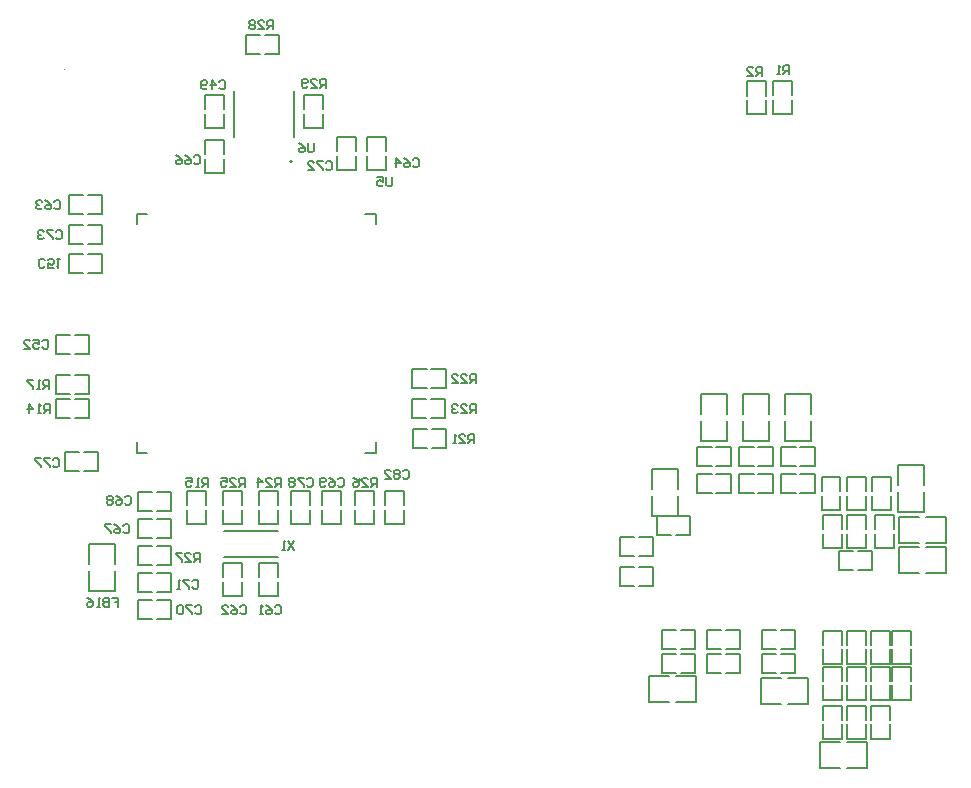
<source format=gbo>
G04*
G04 #@! TF.GenerationSoftware,Altium Limited,Altium Designer,21.0.8 (223)*
G04*
G04 Layer_Color=32896*
%FSLAX25Y25*%
%MOIN*%
G70*
G04*
G04 #@! TF.SameCoordinates,8C76C3ED-8D82-4A5C-AC10-AB376F5EDEF7*
G04*
G04*
G04 #@! TF.FilePolarity,Positive*
G04*
G01*
G75*
%ADD10C,0.00787*%
%ADD11C,0.00500*%
%ADD15C,0.00800*%
G36*
X163817Y381117D02*
X163768D01*
Y381068D01*
Y381020D01*
Y380971D01*
Y380923D01*
X163817D01*
Y380874D01*
X164108D01*
Y380923D01*
X164205D01*
Y380971D01*
Y381020D01*
Y381068D01*
Y381117D01*
X164157D01*
Y381166D01*
X163817D01*
Y381117D01*
D02*
G37*
D10*
X262643Y244124D02*
G03*
X262643Y244124I-394J0D01*
G01*
X239769Y350395D02*
G03*
X239769Y350395I-394J0D01*
G01*
X163988Y247350D02*
Y249713D01*
Y251287D02*
Y253650D01*
X166547D02*
X168713D01*
X163988D02*
X165366D01*
X165957Y247350D02*
X168713D01*
X170287D02*
X175012D01*
Y253650D01*
X170287D02*
X175012D01*
X165366D02*
X166547D01*
X163988Y249713D02*
Y251287D01*
Y247350D02*
X165957D01*
X243199Y229488D02*
X245562D01*
X239262D02*
X241625D01*
X239262Y232047D02*
Y234213D01*
Y229488D02*
Y230866D01*
X245562Y231457D02*
Y234213D01*
Y235787D02*
Y240512D01*
X239262D02*
X245562D01*
X239262Y235787D02*
Y240512D01*
Y230866D02*
Y232047D01*
X241625Y229488D02*
X243199D01*
X245562D02*
Y231457D01*
X264850Y356543D02*
Y358512D01*
X267213D02*
X268787D01*
X271150Y355953D02*
Y357134D01*
Y347488D02*
Y352213D01*
X264850Y347488D02*
X271150D01*
X264850D02*
Y352213D01*
Y353787D02*
Y356543D01*
X271150Y357134D02*
Y358512D01*
Y353787D02*
Y355953D01*
X268787Y358512D02*
X271150D01*
X264850D02*
X267213D01*
X260850Y240512D02*
X263213D01*
X260850Y238543D02*
Y240512D01*
X263213D02*
X264787D01*
X267150Y237953D02*
Y239134D01*
Y229488D02*
Y234213D01*
X260850Y229488D02*
X267150D01*
X260850D02*
Y234213D01*
Y235787D02*
Y238543D01*
X267150Y239134D02*
Y240512D01*
Y235787D02*
Y237953D01*
X264787Y240512D02*
X267150D01*
X256150Y229488D02*
Y231457D01*
X252213Y229488D02*
X253787D01*
X249850Y230866D02*
Y232047D01*
Y235787D02*
Y240512D01*
X256150D01*
Y235787D02*
Y240512D01*
Y231457D02*
Y234213D01*
X249850Y229488D02*
Y230866D01*
Y232047D02*
Y234213D01*
Y229488D02*
X252213D01*
X253787D02*
X256150D01*
X160988Y286350D02*
Y288713D01*
Y290287D02*
Y292650D01*
X163547D02*
X165713D01*
X160988D02*
X162366D01*
X162957Y286350D02*
X165713D01*
X167287D02*
X172012D01*
Y292650D01*
X167287D02*
X172012D01*
X162366D02*
X163547D01*
X160988Y288713D02*
Y290287D01*
Y286350D02*
X162957D01*
X165342Y313350D02*
Y315713D01*
Y317287D02*
Y319650D01*
X167902D02*
X170067D01*
X165342D02*
X166720D01*
X167311Y313350D02*
X170067D01*
X171642D02*
X176366D01*
Y319650D01*
X171642D02*
X176366D01*
X166720D02*
X167902D01*
X165342Y315713D02*
Y317287D01*
Y313350D02*
X167311D01*
X274787Y229488D02*
X277150D01*
X270850D02*
X273213D01*
X270850Y232047D02*
Y234213D01*
Y229488D02*
Y230866D01*
X277150Y231457D02*
Y234213D01*
Y235787D02*
Y240512D01*
X270850D02*
X277150D01*
X270850Y235787D02*
Y240512D01*
Y230866D02*
Y232047D01*
X273213Y229488D02*
X274787D01*
X277150D02*
Y231457D01*
X412731Y257226D02*
Y263919D01*
X404069Y257226D02*
X412731D01*
X404069D02*
Y263919D01*
Y266281D02*
Y272974D01*
X412731D01*
Y266281D02*
Y272974D01*
X291012Y258687D02*
Y261050D01*
X289043D02*
X291012D01*
Y257113D02*
Y258687D01*
X288453Y254750D02*
X289634D01*
X279988D02*
X284713D01*
X279988D02*
Y261050D01*
X284713D01*
X286287D02*
X289043D01*
X289634Y254750D02*
X291012D01*
X286287D02*
X288453D01*
X291012D02*
Y257113D01*
X279788Y264750D02*
Y267113D01*
Y264750D02*
X281757D01*
X279788Y267113D02*
Y268687D01*
X281166Y271050D02*
X282347D01*
X286087D02*
X290812D01*
Y264750D02*
Y271050D01*
X286087Y264750D02*
X290812D01*
X281757D02*
X284513D01*
X279788Y271050D02*
X281166D01*
X282347D02*
X284513D01*
X279788Y268687D02*
Y271050D01*
X279888Y274950D02*
Y277313D01*
Y274950D02*
X281857D01*
X279888Y277313D02*
Y278887D01*
X281266Y281250D02*
X282447D01*
X286187D02*
X290912D01*
Y274950D02*
Y281250D01*
X286187Y274950D02*
X290912D01*
X281857D02*
X284613D01*
X279888Y281250D02*
X281266D01*
X282447D02*
X284613D01*
X279888Y278887D02*
Y281250D01*
X210850Y357512D02*
X213213D01*
X214787D02*
X217150D01*
Y352787D02*
Y354953D01*
Y356134D02*
Y357512D01*
X210850Y352787D02*
Y355543D01*
Y346488D02*
Y351213D01*
Y346488D02*
X217150D01*
Y351213D01*
Y354953D02*
Y356134D01*
X213213Y357512D02*
X214787D01*
X210850Y355543D02*
Y357512D01*
X165488Y332850D02*
Y335213D01*
Y336787D02*
Y339150D01*
X168047D02*
X170213D01*
X165488D02*
X166866D01*
X167457Y332850D02*
X170213D01*
X171787D02*
X176512D01*
Y339150D01*
X171787D02*
X176512D01*
X166866D02*
X168047D01*
X165488Y335213D02*
Y336787D01*
Y332850D02*
X167457D01*
X224488Y386150D02*
Y388513D01*
Y386150D02*
X226457D01*
X224488Y388513D02*
Y390087D01*
X225866Y392450D02*
X227047D01*
X230787D02*
X235512D01*
Y386150D02*
Y392450D01*
X230787Y386150D02*
X235512D01*
X226457D02*
X229213D01*
X224488Y392450D02*
X225866D01*
X227047D02*
X229213D01*
X224488Y390087D02*
Y392450D01*
X247787Y361488D02*
X250150D01*
Y363457D01*
X246213Y361488D02*
X247787D01*
X243850Y362866D02*
Y364047D01*
Y367787D02*
Y372512D01*
X250150D01*
Y367787D02*
Y372512D01*
Y363457D02*
Y366213D01*
X243850Y361488D02*
Y362866D01*
Y364047D02*
Y366213D01*
Y361488D02*
X246213D01*
X172169Y207126D02*
Y213819D01*
Y207126D02*
X180831D01*
Y213819D01*
Y216181D02*
Y222874D01*
X172169D02*
X180831D01*
X172169Y216181D02*
Y222874D01*
X348988Y218850D02*
X350957D01*
X348988Y221213D02*
Y222787D01*
X350366Y225150D02*
X351547D01*
X355287D02*
X360012D01*
Y218850D02*
Y225150D01*
X355287Y218850D02*
X360012D01*
X350957D02*
X353713D01*
X348988Y225150D02*
X350366D01*
X351547D02*
X353713D01*
X348988Y222787D02*
Y225150D01*
Y218850D02*
Y221213D01*
Y208850D02*
X350957D01*
X348988Y211213D02*
Y212787D01*
X350366Y215150D02*
X351547D01*
X355287D02*
X360012D01*
Y208850D02*
Y215150D01*
X355287Y208850D02*
X360012D01*
X350957D02*
X353713D01*
X348988Y215150D02*
X350366D01*
X351547D02*
X353713D01*
X348988Y212787D02*
Y215150D01*
Y208850D02*
Y211213D01*
X254850Y358512D02*
X257213D01*
X258787D02*
X261150D01*
Y353787D02*
Y355953D01*
Y357134D02*
Y358512D01*
X254850Y353787D02*
Y356543D01*
Y347488D02*
Y352213D01*
Y347488D02*
X261150D01*
Y352213D01*
Y355953D02*
Y357134D01*
X257213Y358512D02*
X258787D01*
X254850Y356543D02*
Y358512D01*
X359669Y241181D02*
Y247874D01*
X368331D01*
Y241181D02*
Y247874D01*
Y232126D02*
Y238819D01*
X359669Y232126D02*
X368331D01*
X359669D02*
Y238819D01*
X416250Y245212D02*
X418613D01*
X420187D02*
X422550D01*
Y240487D02*
Y242653D01*
Y243834D02*
Y245212D01*
X416250Y240487D02*
Y243243D01*
Y234188D02*
Y238913D01*
Y234188D02*
X422550D01*
Y238913D01*
Y242653D02*
Y243834D01*
X418613Y245212D02*
X420187D01*
X416250Y243243D02*
Y245212D01*
X424750D02*
X427113D01*
X428687D02*
X431050D01*
Y240487D02*
Y242653D01*
Y243834D02*
Y245212D01*
X424750Y240487D02*
Y243243D01*
Y234188D02*
Y238913D01*
Y234188D02*
X431050D01*
Y238913D01*
Y242653D02*
Y243834D01*
X427113Y245212D02*
X428687D01*
X424750Y243243D02*
Y245212D01*
X433050D02*
X435413D01*
X436987D02*
X439350D01*
Y240487D02*
Y242653D01*
Y243834D02*
Y245212D01*
X433050Y240487D02*
Y243243D01*
Y234188D02*
Y238913D01*
Y234188D02*
X439350D01*
Y238913D01*
Y242653D02*
Y243834D01*
X435413Y245212D02*
X436987D01*
X433050Y243243D02*
Y245212D01*
X450231Y233526D02*
Y240219D01*
X441569Y233526D02*
X450231D01*
X441569D02*
Y240219D01*
Y242581D02*
Y249274D01*
X450231D01*
Y242581D02*
Y249274D01*
X172012Y272850D02*
Y275213D01*
X167287Y272850D02*
X169453D01*
X170634D02*
X172012D01*
X167287Y279150D02*
X170043D01*
X160988D02*
X165713D01*
X160988Y272850D02*
Y279150D01*
Y272850D02*
X165713D01*
X169453D02*
X170634D01*
X172012Y275213D02*
Y276787D01*
X170043Y279150D02*
X172012D01*
Y276787D02*
Y279150D01*
X208787Y240512D02*
X211150D01*
Y235787D02*
Y237953D01*
Y239134D02*
Y240512D01*
X204850Y235787D02*
Y238543D01*
Y229488D02*
Y234213D01*
Y229488D02*
X211150D01*
Y234213D01*
Y237953D02*
Y239134D01*
X207213Y240512D02*
X208787D01*
X204850Y238543D02*
Y240512D01*
X207213D01*
X172012Y264850D02*
Y267213D01*
X167287Y264850D02*
X169453D01*
X170634D02*
X172012D01*
X167287Y271150D02*
X170043D01*
X160988D02*
X165713D01*
X160988Y264850D02*
Y271150D01*
Y264850D02*
X165713D01*
X169453D02*
X170634D01*
X172012Y267213D02*
Y268787D01*
X170043Y271150D02*
X172012D01*
Y268787D02*
Y271150D01*
X210850Y372512D02*
X213213D01*
X214787D02*
X217150D01*
Y367787D02*
Y369953D01*
Y371134D02*
Y372512D01*
X210850Y367787D02*
Y370543D01*
Y361488D02*
Y366213D01*
Y361488D02*
X217150D01*
Y366213D01*
Y369953D02*
Y371134D01*
X213213Y372512D02*
X214787D01*
X210850Y370543D02*
Y372512D01*
X199366Y201787D02*
Y204150D01*
Y197850D02*
Y200213D01*
X194642Y197850D02*
X196807D01*
X197988D02*
X199366D01*
X194642Y204150D02*
X197398D01*
X188342D02*
X193067D01*
X188342Y197850D02*
Y204150D01*
Y197850D02*
X193067D01*
X196807D02*
X197988D01*
X199366Y200213D02*
Y201787D01*
X197398Y204150D02*
X199366D01*
Y210787D02*
Y213150D01*
Y206850D02*
Y209213D01*
X194642Y206850D02*
X196807D01*
X197988D02*
X199366D01*
X194642Y213150D02*
X197398D01*
X188342D02*
X193067D01*
X188342Y206850D02*
Y213150D01*
Y206850D02*
X193067D01*
X196807D02*
X197988D01*
X199366Y209213D02*
Y210787D01*
X197398Y213150D02*
X199366D01*
X188342Y224850D02*
Y227213D01*
Y228787D02*
Y231150D01*
X190902D02*
X193067D01*
X188342D02*
X189720D01*
X190311Y224850D02*
X193067D01*
X194642D02*
X199366D01*
Y231150D01*
X194642D02*
X199366D01*
X189720D02*
X190902D01*
X188342Y227213D02*
Y228787D01*
Y224850D02*
X190311D01*
X188342Y233850D02*
Y236213D01*
Y237787D02*
Y240150D01*
X190902D02*
X193067D01*
X188342D02*
X189720D01*
X190311Y233850D02*
X193067D01*
X194642D02*
X199366D01*
Y240150D01*
X194642D02*
X199366D01*
X189720D02*
X190902D01*
X188342Y236213D02*
Y237787D01*
Y233850D02*
X190311D01*
X199366Y215850D02*
Y218213D01*
X194642Y215850D02*
X196807D01*
X197988D02*
X199366D01*
X194642Y222150D02*
X197398D01*
X188342D02*
X193067D01*
X188342Y215850D02*
Y222150D01*
Y215850D02*
X193067D01*
X196807D02*
X197988D01*
X199366Y218213D02*
Y219787D01*
X197398Y222150D02*
X199366D01*
Y219787D02*
Y222150D01*
X165488Y322850D02*
Y325213D01*
Y326787D02*
Y329150D01*
X168047D02*
X170213D01*
X165488D02*
X166866D01*
X167457Y322850D02*
X170213D01*
X171787D02*
X176512D01*
Y329150D01*
X171787D02*
X176512D01*
X166866D02*
X168047D01*
X165488Y325213D02*
Y326787D01*
Y322850D02*
X167457D01*
X232787Y240512D02*
X235150D01*
Y235787D02*
Y237953D01*
Y239134D02*
Y240512D01*
X228850Y235787D02*
Y238543D01*
Y229488D02*
Y234213D01*
Y229488D02*
X235150D01*
Y234213D01*
Y237953D02*
Y239134D01*
X231213Y240512D02*
X232787D01*
X228850Y238543D02*
Y240512D01*
X231213D01*
X216945Y218669D02*
X235055D01*
X216945Y227331D02*
X235055D01*
X232787Y205488D02*
X235150D01*
X228850D02*
X231213D01*
X228850Y208047D02*
Y210213D01*
Y205488D02*
Y206866D01*
X235150Y207457D02*
Y210213D01*
Y211787D02*
Y216512D01*
X228850D02*
X235150D01*
X228850Y211787D02*
Y216512D01*
Y206866D02*
Y208047D01*
X231213Y205488D02*
X232787D01*
X235150D02*
Y207457D01*
X220787Y205488D02*
X223150D01*
X216850D02*
X219213D01*
X216850Y208047D02*
Y210213D01*
Y205488D02*
Y206866D01*
X223150Y207457D02*
Y210213D01*
Y211787D02*
Y216512D01*
X216850D02*
X223150D01*
X216850Y211787D02*
Y216512D01*
Y206866D02*
Y208047D01*
X219213Y205488D02*
X220787D01*
X223150D02*
Y207457D01*
X220787Y240512D02*
X223150D01*
Y235787D02*
Y237953D01*
Y239134D02*
Y240512D01*
X216850Y235787D02*
Y238543D01*
Y229488D02*
Y234213D01*
Y229488D02*
X223150D01*
Y234213D01*
Y237953D02*
Y239134D01*
X219213Y240512D02*
X220787D01*
X216850Y238543D02*
Y240512D01*
X219213D01*
X451181Y231831D02*
X457874D01*
Y223169D02*
Y231831D01*
X451181Y223169D02*
X457874D01*
X442126D02*
X448819D01*
X442126D02*
Y231831D01*
X448819D01*
X434050Y221560D02*
X436413D01*
X434050Y224119D02*
Y226284D01*
Y221560D02*
Y222938D01*
X440350Y223528D02*
Y226284D01*
Y227859D02*
Y232583D01*
X434050D02*
X440350D01*
X434050Y227859D02*
Y232583D01*
Y222938D02*
Y224119D01*
X436413Y221560D02*
X437987D01*
X440350D02*
Y223528D01*
X437987Y221560D02*
X440350D01*
X428787Y221488D02*
X431150D01*
X424850D02*
X427213D01*
X424850Y224047D02*
Y226213D01*
Y221488D02*
Y222866D01*
X431150Y223457D02*
Y226213D01*
Y227787D02*
Y232512D01*
X424850D02*
X431150D01*
X424850Y227787D02*
Y232512D01*
Y222866D02*
Y224047D01*
X427213Y221488D02*
X428787D01*
X431150D02*
Y223457D01*
X420787Y221488D02*
X423150D01*
X416850D02*
X419213D01*
X416850Y224047D02*
Y226213D01*
Y221488D02*
Y222866D01*
X423150Y223457D02*
Y226213D01*
Y227787D02*
Y232512D01*
X416850D02*
X423150D01*
X416850Y227787D02*
Y232512D01*
Y222866D02*
Y224047D01*
X419213Y221488D02*
X420787D01*
X423150D02*
Y223457D01*
X389012Y191787D02*
Y194150D01*
X387043D02*
X389012D01*
Y190213D02*
Y191787D01*
X386453Y187850D02*
X387634D01*
X377988D02*
X382713D01*
X377988D02*
Y194150D01*
X382713D01*
X384287D02*
X387043D01*
X387634Y187850D02*
X389012D01*
X384287D02*
X386453D01*
X389012D02*
Y190213D01*
X377988Y179850D02*
Y182213D01*
Y179850D02*
X379957D01*
X377988Y182213D02*
Y183787D01*
X379366Y186150D02*
X380547D01*
X384287D02*
X389012D01*
Y179850D02*
Y186150D01*
X384287Y179850D02*
X389012D01*
X379957D02*
X382713D01*
X377988Y186150D02*
X379366D01*
X380547D02*
X382713D01*
X377988Y183787D02*
Y186150D01*
X428787Y170988D02*
X431150D01*
X424850D02*
X427213D01*
X424850Y173547D02*
Y175713D01*
Y170988D02*
Y172366D01*
X431150Y172957D02*
Y175713D01*
Y177287D02*
Y182012D01*
X424850D02*
X431150D01*
X424850Y177287D02*
Y182012D01*
Y172366D02*
Y173547D01*
X427213Y170988D02*
X428787D01*
X431150D02*
Y172957D01*
X436787Y182012D02*
X439150D01*
Y177287D02*
Y179453D01*
Y180634D02*
Y182012D01*
X432850Y177287D02*
Y180043D01*
Y170988D02*
Y175713D01*
Y170988D02*
X439150D01*
Y175713D01*
Y179453D02*
Y180634D01*
X435213Y182012D02*
X436787D01*
X432850Y180043D02*
Y182012D01*
X435213D01*
X420787Y170988D02*
X423150D01*
X416850D02*
X419213D01*
X416850Y173547D02*
Y175713D01*
Y170988D02*
Y172366D01*
X423150Y172957D02*
Y175713D01*
Y177287D02*
Y182012D01*
X416850D02*
X423150D01*
X416850Y177287D02*
Y182012D01*
Y172366D02*
Y173547D01*
X419213Y170988D02*
X420787D01*
X423150D02*
Y172957D01*
Y182988D02*
Y184957D01*
X419213Y182988D02*
X420787D01*
X416850Y184366D02*
Y185547D01*
Y189287D02*
Y194012D01*
X423150D01*
Y189287D02*
Y194012D01*
Y184957D02*
Y187713D01*
X416850Y182988D02*
Y184366D01*
Y185547D02*
Y187713D01*
Y182988D02*
X419213D01*
X420787D02*
X423150D01*
X439150D02*
Y184957D01*
X435213Y182988D02*
X436787D01*
X432850Y184366D02*
Y185547D01*
Y189287D02*
Y194012D01*
X439150D01*
Y189287D02*
Y194012D01*
Y184957D02*
Y187713D01*
X432850Y182988D02*
Y184366D01*
Y185547D02*
Y187713D01*
Y182988D02*
X435213D01*
X436787D02*
X439150D01*
X443787D02*
X446150D01*
Y184957D01*
X442213Y182988D02*
X443787D01*
X439850Y184366D02*
Y185547D01*
Y189287D02*
Y194012D01*
X446150D01*
Y189287D02*
Y194012D01*
Y184957D02*
Y187713D01*
X439850Y182988D02*
Y184366D01*
Y185547D02*
Y187713D01*
Y182988D02*
X442213D01*
X446150Y170988D02*
Y172957D01*
X442213Y170988D02*
X443787D01*
X439850Y172366D02*
Y173547D01*
Y177287D02*
Y182012D01*
X446150D01*
Y177287D02*
Y182012D01*
Y172957D02*
Y175713D01*
X439850Y170988D02*
Y172366D01*
Y173547D02*
Y175713D01*
Y170988D02*
X442213D01*
X443787D02*
X446150D01*
X424850Y194012D02*
X427213D01*
X424850Y192043D02*
Y194012D01*
X427213D02*
X428787D01*
X431150Y191453D02*
Y192634D01*
Y182988D02*
Y187713D01*
X424850Y182988D02*
X431150D01*
X424850D02*
Y187713D01*
Y189287D02*
Y192043D01*
X431150Y192634D02*
Y194012D01*
Y189287D02*
Y191453D01*
X428787Y194012D02*
X431150D01*
X370543Y232150D02*
X372512D01*
Y228213D02*
Y229787D01*
X369953Y225850D02*
X371134D01*
X361488D02*
X366213D01*
X361488D02*
Y232150D01*
X366213D01*
X367787D02*
X370543D01*
X371134Y225850D02*
X372512D01*
X367787D02*
X369953D01*
X372512D02*
Y228213D01*
Y229787D02*
Y232150D01*
X411943Y255250D02*
X413912D01*
Y251313D02*
Y252887D01*
X411353Y248950D02*
X412534D01*
X402888D02*
X407613D01*
X402888D02*
Y255250D01*
X407613D01*
X409187D02*
X411943D01*
X412534Y248950D02*
X413912D01*
X409187D02*
X411353D01*
X413912D02*
Y251313D01*
Y252887D02*
Y255250D01*
X411943Y246250D02*
X413912D01*
Y242313D02*
Y243887D01*
X411353Y239950D02*
X412534D01*
X402888D02*
X407613D01*
X402888D02*
Y246250D01*
X407613D01*
X409187D02*
X411943D01*
X412534Y239950D02*
X413912D01*
X409187D02*
X411353D01*
X413912D02*
Y242313D01*
Y243887D02*
Y246250D01*
X398731Y266281D02*
Y272974D01*
X390069D02*
X398731D01*
X390069Y266281D02*
Y272974D01*
Y257226D02*
Y263919D01*
Y257226D02*
X398731D01*
Y263919D01*
X397943Y255250D02*
X399912D01*
Y251313D02*
Y252887D01*
X397353Y248950D02*
X398534D01*
X388888D02*
X393613D01*
X388888D02*
Y255250D01*
X393613D01*
X395187D02*
X397943D01*
X398534Y248950D02*
X399912D01*
X395187D02*
X397353D01*
X399912D02*
Y251313D01*
Y252887D02*
Y255250D01*
X397943Y246250D02*
X399912D01*
Y242313D02*
Y243887D01*
X397353Y239950D02*
X398534D01*
X388888D02*
X393613D01*
X388888D02*
Y246250D01*
X393613D01*
X395187D02*
X397943D01*
X398534Y239950D02*
X399912D01*
X395187D02*
X397353D01*
X399912D02*
Y242313D01*
Y243887D02*
Y246250D01*
X374888Y239950D02*
X376857D01*
X374888Y242313D02*
Y243887D01*
X376266Y246250D02*
X377447D01*
X381187D02*
X385912D01*
Y239950D02*
Y246250D01*
X381187Y239950D02*
X385912D01*
X376857D02*
X379613D01*
X374888Y246250D02*
X376266D01*
X377447D02*
X379613D01*
X374888Y243887D02*
Y246250D01*
Y239950D02*
Y242313D01*
Y248950D02*
X376857D01*
X374888Y251313D02*
Y252887D01*
X376266Y255250D02*
X377447D01*
X381187D02*
X385912D01*
Y248950D02*
Y255250D01*
X381187Y248950D02*
X385912D01*
X376857D02*
X379613D01*
X374888Y255250D02*
X376266D01*
X377447D02*
X379613D01*
X374888Y252887D02*
Y255250D01*
Y248950D02*
Y251313D01*
X384731Y266281D02*
Y272974D01*
X376069D02*
X384731D01*
X376069Y266281D02*
Y272974D01*
Y257226D02*
Y263919D01*
Y257226D02*
X384731D01*
Y263919D01*
X431043Y220650D02*
X433012D01*
Y216713D02*
Y218287D01*
X430453Y214350D02*
X431634D01*
X421988D02*
X426713D01*
X421988D02*
Y220650D01*
X426713D01*
X428287D02*
X431043D01*
X431634Y214350D02*
X433012D01*
X428287D02*
X430453D01*
X433012D02*
Y216713D01*
Y218287D02*
Y220650D01*
X442126Y221831D02*
X448819D01*
X442126Y213169D02*
Y221831D01*
Y213169D02*
X448819D01*
X451181D02*
X457874D01*
Y221831D01*
X451181D02*
X457874D01*
X423150Y157988D02*
Y159957D01*
X419213Y157988D02*
X420787D01*
X416850Y159366D02*
Y160547D01*
Y164287D02*
Y169012D01*
X423150D01*
Y164287D02*
Y169012D01*
Y159957D02*
Y162713D01*
X416850Y157988D02*
Y159366D01*
Y160547D02*
Y162713D01*
Y157988D02*
X419213D01*
X420787D02*
X423150D01*
X431150D02*
Y159957D01*
X427213Y157988D02*
X428787D01*
X424850Y159366D02*
Y160547D01*
Y164287D02*
Y169012D01*
X431150D01*
Y164287D02*
Y169012D01*
Y159957D02*
Y162713D01*
X424850Y157988D02*
Y159366D01*
Y160547D02*
Y162713D01*
Y157988D02*
X427213D01*
X428787D02*
X431150D01*
X436787D02*
X439150D01*
Y159957D01*
X435213Y157988D02*
X436787D01*
X432850Y159366D02*
Y160547D01*
Y164287D02*
Y169012D01*
X439150D01*
Y164287D02*
Y169012D01*
Y159957D02*
Y162713D01*
X432850Y157988D02*
Y159366D01*
Y160547D02*
Y162713D01*
Y157988D02*
X435213D01*
X405543Y194150D02*
X407512D01*
Y190213D02*
Y191787D01*
X404953Y187850D02*
X406134D01*
X396488D02*
X401213D01*
X396488D02*
Y194150D01*
X401213D01*
X402787D02*
X405543D01*
X406134Y187850D02*
X407512D01*
X402787D02*
X404953D01*
X407512D02*
Y190213D01*
Y191787D02*
Y194150D01*
X405181Y169669D02*
X411874D01*
Y178331D01*
X405181D02*
X411874D01*
X396126D02*
X402819D01*
X396126Y169669D02*
Y178331D01*
Y169669D02*
X402819D01*
X405543Y186150D02*
X407512D01*
Y182213D02*
Y183787D01*
X404953Y179850D02*
X406134D01*
X396488D02*
X401213D01*
X396488D02*
Y186150D01*
X401213D01*
X402787D02*
X405543D01*
X406134Y179850D02*
X407512D01*
X402787D02*
X404953D01*
X407512D02*
Y182213D01*
Y183787D02*
Y186150D01*
X415626Y156831D02*
X422319D01*
X415626Y148169D02*
Y156831D01*
Y148169D02*
X422319D01*
X424681D02*
X431374D01*
Y156831D01*
X424681D02*
X431374D01*
X367681Y170169D02*
X374374D01*
Y178831D01*
X367681D02*
X374374D01*
X358626D02*
X365319D01*
X358626Y170169D02*
Y178831D01*
Y170169D02*
X365319D01*
X362988Y179850D02*
X364957D01*
X362988Y182213D02*
Y183787D01*
X364366Y186150D02*
X365547D01*
X369287D02*
X374012D01*
Y179850D02*
Y186150D01*
X369287Y179850D02*
X374012D01*
X364957D02*
X367713D01*
X362988Y186150D02*
X364366D01*
X365547D02*
X367713D01*
X362988Y183787D02*
Y186150D01*
Y179850D02*
Y182213D01*
Y187850D02*
X364957D01*
X362988Y190213D02*
Y191787D01*
X364366Y194150D02*
X365547D01*
X369287D02*
X374012D01*
Y187850D02*
Y194150D01*
X369287Y187850D02*
X374012D01*
X364957D02*
X367713D01*
X362988Y194150D02*
X364366D01*
X365547D02*
X367713D01*
X362988Y191787D02*
Y194150D01*
Y187850D02*
Y190213D01*
X391350Y377066D02*
X393713D01*
X391350Y375098D02*
Y377066D01*
X393713D02*
X395287D01*
X397650Y374507D02*
Y375688D01*
Y366042D02*
Y370767D01*
X391350Y366042D02*
X397650D01*
X391350D02*
Y370767D01*
Y372342D02*
Y375098D01*
X397650Y375688D02*
Y377066D01*
Y372342D02*
Y374507D01*
X395287Y377066D02*
X397650D01*
X404087Y366143D02*
X406450D01*
Y368111D01*
X402513Y366143D02*
X404087D01*
X400150Y367520D02*
Y368702D01*
Y372442D02*
Y377166D01*
X406450D01*
Y372442D02*
Y377166D01*
Y368111D02*
Y370867D01*
X400150Y366143D02*
Y367520D01*
Y368702D02*
Y370867D01*
Y366143D02*
X402513D01*
D11*
X188036Y329360D02*
Y332864D01*
X267564Y329360D02*
Y332864D01*
X188036Y253336D02*
Y256840D01*
X267564Y253336D02*
Y256840D01*
X188036Y332864D02*
X191540D01*
X264060D02*
X267564D01*
X188036Y253336D02*
X191540D01*
X264060D02*
X267564D01*
X220359Y358623D02*
Y373977D01*
X240241Y358623D02*
Y373977D01*
D15*
X276601Y247099D02*
X277100Y247599D01*
X278100D01*
X278600Y247099D01*
Y245100D01*
X278100Y244600D01*
X277100D01*
X276601Y245100D01*
X275601Y247099D02*
X275101Y247599D01*
X274101D01*
X273602Y247099D01*
Y246599D01*
X274101Y246099D01*
X273602Y245600D01*
Y245100D01*
X274101Y244600D01*
X275101D01*
X275601Y245100D01*
Y245600D01*
X275101Y246099D01*
X275601Y246599D01*
Y247099D01*
X275101Y246099D02*
X274101D01*
X270603Y244600D02*
X272602D01*
X270603Y246599D01*
Y247099D01*
X271102Y247599D01*
X272102D01*
X272602Y247099D01*
X244701Y244465D02*
X245200Y244965D01*
X246200D01*
X246700Y244465D01*
Y242466D01*
X246200Y241966D01*
X245200D01*
X244701Y242466D01*
X243701Y244965D02*
X241701D01*
Y244465D01*
X243701Y242466D01*
Y241966D01*
X240702Y244465D02*
X240202Y244965D01*
X239202D01*
X238702Y244465D01*
Y243965D01*
X239202Y243465D01*
X238702Y242966D01*
Y242466D01*
X239202Y241966D01*
X240202D01*
X240702Y242466D01*
Y242966D01*
X240202Y243465D01*
X240702Y243965D01*
Y244465D01*
X240202Y243465D02*
X239202D01*
X159999Y251000D02*
X160499Y251500D01*
X161499D01*
X161999Y251000D01*
Y249000D01*
X161499Y248500D01*
X160499D01*
X159999Y249000D01*
X159000Y251500D02*
X157000D01*
Y251000D01*
X159000Y249000D01*
Y248500D01*
X156001Y251500D02*
X154001D01*
Y251000D01*
X156001Y249000D01*
Y248500D01*
X156499Y290500D02*
X156999Y291000D01*
X157999D01*
X158499Y290500D01*
Y288500D01*
X157999Y288000D01*
X156999D01*
X156499Y288500D01*
X153500Y291000D02*
X155500D01*
Y289500D01*
X154500Y290000D01*
X154000D01*
X153500Y289500D01*
Y288500D01*
X154000Y288000D01*
X155000D01*
X155500Y288500D01*
X150501Y288000D02*
X152501D01*
X150501Y290000D01*
Y290500D01*
X151001Y291000D01*
X152001D01*
X152501Y290500D01*
X157355Y315500D02*
X156855Y315001D01*
X155855D01*
X155356Y315500D01*
Y317500D01*
X155855Y318000D01*
X156855D01*
X157355Y317500D01*
X160354Y315001D02*
X158354D01*
Y316500D01*
X159354Y316000D01*
X159854D01*
X160354Y316500D01*
Y317500D01*
X159854Y318000D01*
X158854D01*
X158354Y317500D01*
X161354Y318000D02*
X162353D01*
X161853D01*
Y315001D01*
X161354Y315500D01*
X396499Y379000D02*
Y381999D01*
X395000D01*
X394500Y381500D01*
Y380500D01*
X395000Y380000D01*
X396499D01*
X395499D02*
X394500Y379000D01*
X391501D02*
X393500D01*
X391501Y381000D01*
Y381500D01*
X392001Y381999D01*
X393000D01*
X393500Y381500D01*
X405499Y379501D02*
Y382500D01*
X404000D01*
X403500Y382000D01*
Y381000D01*
X404000Y380500D01*
X405499D01*
X404500D02*
X403500Y379501D01*
X402500D02*
X401501D01*
X402001D01*
Y382500D01*
X402500Y382000D01*
X240499Y224000D02*
X238500Y221001D01*
Y224000D02*
X240499Y221001D01*
X237500D02*
X236501D01*
X237000D01*
Y224000D01*
X237500Y223500D01*
X246999Y356500D02*
Y354000D01*
X246499Y353501D01*
X245500D01*
X245000Y354000D01*
Y356500D01*
X242001D02*
X243001Y356000D01*
X244000Y355000D01*
Y354000D01*
X243500Y353501D01*
X242501D01*
X242001Y354000D01*
Y354500D01*
X242501Y355000D01*
X244000D01*
X273200Y345099D02*
Y342600D01*
X272700Y342100D01*
X271701D01*
X271201Y342600D01*
Y345099D01*
X268202D02*
X270201D01*
Y343600D01*
X269201Y344099D01*
X268702D01*
X268202Y343600D01*
Y342600D01*
X268702Y342100D01*
X269701D01*
X270201Y342600D01*
X250999Y375001D02*
Y377999D01*
X249499D01*
X248999Y377500D01*
Y376500D01*
X249499Y376000D01*
X250999D01*
X249999D02*
X248999Y375001D01*
X246000D02*
X248000D01*
X246000Y377000D01*
Y377500D01*
X246500Y377999D01*
X247500D01*
X248000Y377500D01*
X245001Y375500D02*
X244501Y375001D01*
X243501D01*
X243001Y375500D01*
Y377500D01*
X243501Y377999D01*
X244501D01*
X245001Y377500D01*
Y377000D01*
X244501Y376500D01*
X243001D01*
X233499Y394500D02*
Y397499D01*
X231999D01*
X231499Y397000D01*
Y396000D01*
X231999Y395500D01*
X233499D01*
X232499D02*
X231499Y394500D01*
X228500D02*
X230500D01*
X228500Y396500D01*
Y397000D01*
X229000Y397499D01*
X230000D01*
X230500Y397000D01*
X227501D02*
X227001Y397499D01*
X226001D01*
X225501Y397000D01*
Y396500D01*
X226001Y396000D01*
X225501Y395500D01*
Y395000D01*
X226001Y394500D01*
X227001D01*
X227501Y395000D01*
Y395500D01*
X227001Y396000D01*
X227501Y396500D01*
Y397000D01*
X227001Y396000D02*
X226001D01*
X208999Y217001D02*
Y220000D01*
X207499D01*
X206999Y219500D01*
Y218500D01*
X207499Y218000D01*
X208999D01*
X207999D02*
X206999Y217001D01*
X204000D02*
X206000D01*
X204000Y219000D01*
Y219500D01*
X204500Y220000D01*
X205500D01*
X206000Y219500D01*
X203001Y220000D02*
X201001D01*
Y219500D01*
X203001Y217500D01*
Y217001D01*
X267999Y242001D02*
Y245000D01*
X266499D01*
X265999Y244500D01*
Y243500D01*
X266499Y243000D01*
X267999D01*
X266999D02*
X265999Y242001D01*
X263000D02*
X265000D01*
X263000Y244000D01*
Y244500D01*
X263500Y245000D01*
X264500D01*
X265000Y244500D01*
X260001Y245000D02*
X261001Y244500D01*
X262001Y243500D01*
Y242500D01*
X261501Y242001D01*
X260501D01*
X260001Y242500D01*
Y243000D01*
X260501Y243500D01*
X262001D01*
X223999Y242001D02*
Y245000D01*
X222499D01*
X221999Y244500D01*
Y243500D01*
X222499Y243000D01*
X223999D01*
X222999D02*
X221999Y242001D01*
X219000D02*
X221000D01*
X219000Y244000D01*
Y244500D01*
X219500Y245000D01*
X220500D01*
X221000Y244500D01*
X216001Y245000D02*
X218001D01*
Y243500D01*
X217001Y244000D01*
X216501D01*
X216001Y243500D01*
Y242500D01*
X216501Y242001D01*
X217501D01*
X218001Y242500D01*
X235928Y242006D02*
Y245005D01*
X234429D01*
X233929Y244505D01*
Y243505D01*
X234429Y243005D01*
X235928D01*
X234928D02*
X233929Y242006D01*
X230930D02*
X232929D01*
X230930Y244005D01*
Y244505D01*
X231430Y245005D01*
X232429D01*
X232929Y244505D01*
X228431Y242006D02*
Y245005D01*
X229930Y243505D01*
X227931D01*
X300999Y266500D02*
Y269499D01*
X299499D01*
X298999Y269000D01*
Y268000D01*
X299499Y267500D01*
X300999D01*
X299999D02*
X298999Y266500D01*
X296000D02*
X298000D01*
X296000Y268500D01*
Y269000D01*
X296500Y269499D01*
X297500D01*
X298000Y269000D01*
X295001D02*
X294501Y269499D01*
X293501D01*
X293001Y269000D01*
Y268500D01*
X293501Y268000D01*
X294001D01*
X293501D01*
X293001Y267500D01*
Y267000D01*
X293501Y266500D01*
X294501D01*
X295001Y267000D01*
X300999Y276501D02*
Y279500D01*
X299499D01*
X298999Y279000D01*
Y278000D01*
X299499Y277500D01*
X300999D01*
X299999D02*
X298999Y276501D01*
X296000D02*
X298000D01*
X296000Y278500D01*
Y279000D01*
X296500Y279500D01*
X297500D01*
X298000Y279000D01*
X293001Y276501D02*
X295001D01*
X293001Y278500D01*
Y279000D01*
X293501Y279500D01*
X294501D01*
X295001Y279000D01*
X300499Y256501D02*
Y259500D01*
X298999D01*
X298499Y259000D01*
Y258000D01*
X298999Y257500D01*
X300499D01*
X299499D02*
X298499Y256501D01*
X295500D02*
X297500D01*
X295500Y258500D01*
Y259000D01*
X296000Y259500D01*
X297000D01*
X297500Y259000D01*
X294501Y256501D02*
X293501D01*
X294001D01*
Y259500D01*
X294501Y259000D01*
X158849Y274601D02*
Y277600D01*
X157349D01*
X156849Y277100D01*
Y276100D01*
X157349Y275600D01*
X158849D01*
X157849D02*
X156849Y274601D01*
X155850D02*
X154850D01*
X155350D01*
Y277600D01*
X155850Y277100D01*
X153351Y277600D02*
X151351D01*
Y277100D01*
X153351Y275100D01*
Y274601D01*
X211749Y242001D02*
Y245000D01*
X210249D01*
X209749Y244500D01*
Y243500D01*
X210249Y243000D01*
X211749D01*
X210749D02*
X209749Y242001D01*
X208750D02*
X207750D01*
X208250D01*
Y245000D01*
X208750Y244500D01*
X204251Y245000D02*
X206251D01*
Y243500D01*
X205251Y244000D01*
X204751D01*
X204251Y243500D01*
Y242500D01*
X204751Y242001D01*
X205751D01*
X206251Y242500D01*
X158949Y266500D02*
Y269499D01*
X157449D01*
X156949Y269000D01*
Y268000D01*
X157449Y267500D01*
X158949D01*
X157949D02*
X156949Y266500D01*
X155950D02*
X154950D01*
X155450D01*
Y269499D01*
X155950Y269000D01*
X151951Y266500D02*
Y269499D01*
X153451Y268000D01*
X151451D01*
X179749Y204999D02*
X181748D01*
Y203500D01*
X180749D01*
X181748D01*
Y202000D01*
X178749Y204999D02*
Y202000D01*
X177250D01*
X176750Y202500D01*
Y203000D01*
X177250Y203500D01*
X178749D01*
X177250D01*
X176750Y204000D01*
Y204500D01*
X177250Y204999D01*
X178749D01*
X175750Y202000D02*
X174751D01*
X175250D01*
Y204999D01*
X175750Y204500D01*
X171252Y204999D02*
X172251Y204500D01*
X173251Y203500D01*
Y202500D01*
X172751Y202000D01*
X171751D01*
X171252Y202500D01*
Y203000D01*
X171751Y203500D01*
X173251D01*
X160999Y327000D02*
X161499Y327500D01*
X162499D01*
X162999Y327000D01*
Y325000D01*
X162499Y324500D01*
X161499D01*
X160999Y325000D01*
X160000Y327500D02*
X158000D01*
Y327000D01*
X160000Y325000D01*
Y324500D01*
X157001Y327000D02*
X156501Y327500D01*
X155501D01*
X155001Y327000D01*
Y326500D01*
X155501Y326000D01*
X156001D01*
X155501D01*
X155001Y325500D01*
Y325000D01*
X155501Y324500D01*
X156501D01*
X157001Y325000D01*
X250999Y350000D02*
X251499Y350500D01*
X252499D01*
X252999Y350000D01*
Y348000D01*
X252499Y347500D01*
X251499D01*
X250999Y348000D01*
X250000Y350500D02*
X248000D01*
Y350000D01*
X250000Y348000D01*
Y347500D01*
X245001D02*
X247001D01*
X245001Y349500D01*
Y350000D01*
X245501Y350500D01*
X246501D01*
X247001Y350000D01*
X206500Y210500D02*
X206999Y210999D01*
X207999D01*
X208499Y210500D01*
Y208500D01*
X207999Y208000D01*
X206999D01*
X206500Y208500D01*
X205500Y210999D02*
X203501D01*
Y210500D01*
X205500Y208500D01*
Y208000D01*
X202501D02*
X201501D01*
X202001D01*
Y210999D01*
X202501Y210500D01*
X207499Y202000D02*
X207999Y202500D01*
X208999D01*
X209499Y202000D01*
Y200000D01*
X208999Y199501D01*
X207999D01*
X207499Y200000D01*
X206500Y202500D02*
X204500D01*
Y202000D01*
X206500Y200000D01*
Y199501D01*
X203501Y202000D02*
X203001Y202500D01*
X202001D01*
X201501Y202000D01*
Y200000D01*
X202001Y199501D01*
X203001D01*
X203501Y200000D01*
Y202000D01*
X254999Y244500D02*
X255499Y245000D01*
X256499D01*
X256999Y244500D01*
Y242500D01*
X256499Y242001D01*
X255499D01*
X254999Y242500D01*
X252000Y245000D02*
X253000Y244500D01*
X254000Y243500D01*
Y242500D01*
X253500Y242001D01*
X252500D01*
X252000Y242500D01*
Y243000D01*
X252500Y243500D01*
X254000D01*
X251001Y242500D02*
X250501Y242001D01*
X249501D01*
X249001Y242500D01*
Y244500D01*
X249501Y245000D01*
X250501D01*
X251001Y244500D01*
Y244000D01*
X250501Y243500D01*
X249001D01*
X183999Y238500D02*
X184499Y239000D01*
X185499D01*
X185999Y238500D01*
Y236500D01*
X185499Y236000D01*
X184499D01*
X183999Y236500D01*
X181000Y239000D02*
X182000Y238500D01*
X183000Y237500D01*
Y236500D01*
X182500Y236000D01*
X181500D01*
X181000Y236500D01*
Y237000D01*
X181500Y237500D01*
X183000D01*
X180001Y238500D02*
X179501Y239000D01*
X178501D01*
X178001Y238500D01*
Y238000D01*
X178501Y237500D01*
X178001Y237000D01*
Y236500D01*
X178501Y236000D01*
X179501D01*
X180001Y236500D01*
Y237000D01*
X179501Y237500D01*
X180001Y238000D01*
Y238500D01*
X179501Y237500D02*
X178501D01*
X183499Y229000D02*
X183999Y229500D01*
X184999D01*
X185499Y229000D01*
Y227000D01*
X184999Y226501D01*
X183999D01*
X183499Y227000D01*
X180500Y229500D02*
X181500Y229000D01*
X182500Y228000D01*
Y227000D01*
X182000Y226501D01*
X181000D01*
X180500Y227000D01*
Y227500D01*
X181000Y228000D01*
X182500D01*
X179501Y229500D02*
X177501D01*
Y229000D01*
X179501Y227000D01*
Y226501D01*
X206999Y352000D02*
X207499Y352500D01*
X208499D01*
X208999Y352000D01*
Y350000D01*
X208499Y349500D01*
X207499D01*
X206999Y350000D01*
X204000Y352500D02*
X205000Y352000D01*
X206000Y351000D01*
Y350000D01*
X205500Y349500D01*
X204500D01*
X204000Y350000D01*
Y350500D01*
X204500Y351000D01*
X206000D01*
X201001Y352500D02*
X202001Y352000D01*
X203001Y351000D01*
Y350000D01*
X202501Y349500D01*
X201501D01*
X201001Y350000D01*
Y350500D01*
X201501Y351000D01*
X203001D01*
X279999Y351000D02*
X280499Y351500D01*
X281499D01*
X281999Y351000D01*
Y349000D01*
X281499Y348500D01*
X280499D01*
X279999Y349000D01*
X277000Y351500D02*
X278000Y351000D01*
X279000Y350000D01*
Y349000D01*
X278500Y348500D01*
X277500D01*
X277000Y349000D01*
Y349500D01*
X277500Y350000D01*
X279000D01*
X274501Y348500D02*
Y351500D01*
X276001Y350000D01*
X274001D01*
X160399Y337000D02*
X160899Y337499D01*
X161899D01*
X162399Y337000D01*
Y335000D01*
X161899Y334501D01*
X160899D01*
X160399Y335000D01*
X157400Y337499D02*
X158400Y337000D01*
X159400Y336000D01*
Y335000D01*
X158900Y334501D01*
X157900D01*
X157400Y335000D01*
Y335500D01*
X157900Y336000D01*
X159400D01*
X156401Y337000D02*
X155901Y337499D01*
X154901D01*
X154401Y337000D01*
Y336500D01*
X154901Y336000D01*
X155401D01*
X154901D01*
X154401Y335500D01*
Y335000D01*
X154901Y334501D01*
X155901D01*
X156401Y335000D01*
X222499Y202000D02*
X222999Y202500D01*
X223999D01*
X224499Y202000D01*
Y200000D01*
X223999Y199501D01*
X222999D01*
X222499Y200000D01*
X219500Y202500D02*
X220500Y202000D01*
X221500Y201000D01*
Y200000D01*
X221000Y199501D01*
X220000D01*
X219500Y200000D01*
Y200500D01*
X220000Y201000D01*
X221500D01*
X216501Y199501D02*
X218501D01*
X216501Y201500D01*
Y202000D01*
X217001Y202500D01*
X218001D01*
X218501Y202000D01*
X233999D02*
X234499Y202500D01*
X235499D01*
X235999Y202000D01*
Y200000D01*
X235499Y199501D01*
X234499D01*
X233999Y200000D01*
X231000Y202500D02*
X232000Y202000D01*
X233000Y201000D01*
Y200000D01*
X232500Y199501D01*
X231500D01*
X231000Y200000D01*
Y200500D01*
X231500Y201000D01*
X233000D01*
X230001Y199501D02*
X229001D01*
X229501D01*
Y202500D01*
X230001Y202000D01*
X215499Y377000D02*
X215999Y377500D01*
X216999D01*
X217499Y377000D01*
Y375000D01*
X216999Y374500D01*
X215999D01*
X215499Y375000D01*
X213000Y374500D02*
Y377500D01*
X214500Y376000D01*
X212500D01*
X211501Y375000D02*
X211001Y374500D01*
X210001D01*
X209501Y375000D01*
Y377000D01*
X210001Y377500D01*
X211001D01*
X211501Y377000D01*
Y376500D01*
X211001Y376000D01*
X209501D01*
M02*

</source>
